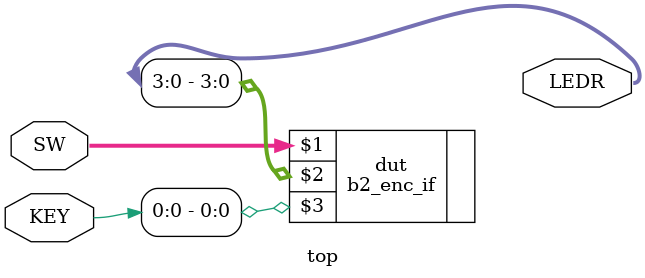
<source format=v>
module top (SW, KEY, LEDR);

    input wire [9:0] SW;        // DE-series switches
    input wire [3:0] KEY;       // DE-series pushbuttons

    output wire [9:0] LEDR;     // DE-series LEDs   

    b2_enc_if dut (SW[9:0], LEDR[3:0], KEY[0]);
 
endmodule


</source>
